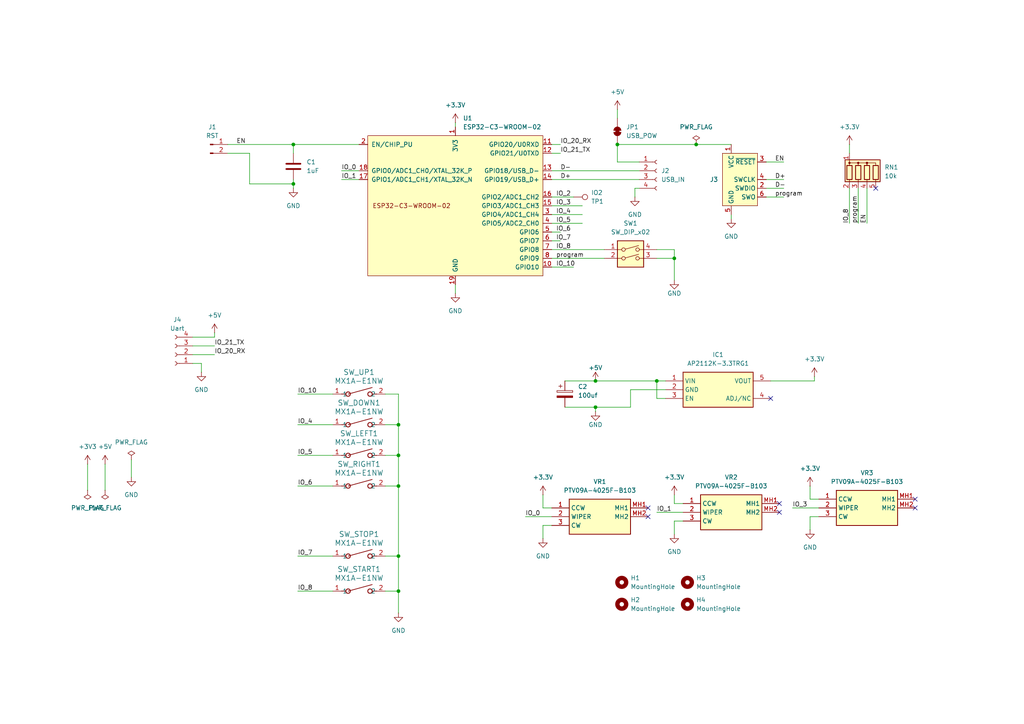
<source format=kicad_sch>
(kicad_sch (version 20231120) (generator "eeschema") (generator_version "8.0")
  (paper "A4")
  (lib_symbols
    (symbol "Connector:Conn_01x02_Pin" (pin_names (offset 1.016) hide)
      (property "Reference" "J" (at 0 2.54 0))
      (property "Value" "Conn_01x02_Pin" (at 0 -5.08 0))
      (symbol "Conn_01x02_Pin_1_1"
        (polyline (pts (xy 1.27 -2.54) (xy 0.8636 -2.54)) (stroke (width 0.1524)))
        (polyline (pts (xy 1.27 0) (xy 0.8636 0)) (stroke (width 0.1524)))
        (rectangle (start 0.8636 -2.413) (end 0 -2.667) (stroke (width 0.1524)) (fill (type outline)))
        (rectangle (start 0.8636 0.127) (end 0 -0.127) (stroke (width 0.1524)) (fill (type outline)))
        (pin passive line (at 5.08 0 180) (length 3.81) (name "Pin_1") (number "1"))
        (pin passive line (at 5.08 -2.54 180) (length 3.81) (name "Pin_2") (number "2"))
      )
    )
    (symbol "Connector:Conn_01x04_Socket" (pin_names (offset 1.016) hide)
      (property "Reference" "J" (at 0 5.08 0))
      (property "Value" "Conn_01x04_Socket" (at 0 -7.62 0))
      (symbol "Conn_01x04_Socket_1_1"
        (arc (start 0 -4.572) (mid -0.5058 -5.08) (end 0 -5.588) (stroke (width 0.1524)))
        (arc (start 0 -2.032) (mid -0.5058 -2.54) (end 0 -3.048) (stroke (width 0.1524)))
        (polyline (pts (xy -1.27 -5.08) (xy -0.508 -5.08)) (stroke (width 0.1524)))
        (polyline (pts (xy -1.27 -2.54) (xy -0.508 -2.54)) (stroke (width 0.1524)))
        (polyline (pts (xy -1.27 0) (xy -0.508 0)) (stroke (width 0.1524)))
        (polyline (pts (xy -1.27 2.54) (xy -0.508 2.54)) (stroke (width 0.1524)))
        (arc (start 0 0.508) (mid -0.5058 0) (end 0 -0.508) (stroke (width 0.1524)))
        (arc (start 0 3.048) (mid -0.5058 2.54) (end 0 2.032) (stroke (width 0.1524)))
        (pin passive line (at -5.08 2.54 0) (length 3.81) (name "Pin_1") (number "1"))
        (pin passive line (at -5.08 0 0) (length 3.81) (name "Pin_2") (number "2"))
        (pin passive line (at -5.08 -2.54 0) (length 3.81) (name "Pin_3") (number "3"))
        (pin passive line (at -5.08 -5.08 0) (length 3.81) (name "Pin_4") (number "4"))
      )
    )
    (symbol "Connector:Conn_ARM_SWD_TagConnect_TC2030-NL" (in_bom no)
      (property "Reference" "J" (at 2.54 11.43 0))
      (property "Value" "Conn_ARM_SWD_TagConnect_TC2030-NL" (at 2.54 8.89 0))
      (symbol "Conn_ARM_SWD_TagConnect_TC2030-NL_0_0"
        (pin power_in line (at -2.54 10.16 270) (length 2.54) (name "VCC") (number "1"))
        (pin bidirectional line (at 7.62 -2.54 180) (length 2.54) (name "SWDIO") (number "2"))
        (pin open_collector line (at 7.62 5.08 180) (length 2.54) (name "~{RESET}") (number "3"))
        (pin output line (at 7.62 0 180) (length 2.54) (name "SWCLK") (number "4"))
        (pin power_in line (at -2.54 -10.16 90) (length 2.54) (name "GND") (number "5"))
        (pin input line (at 7.62 -5.08 180) (length 2.54) (name "SWO") (number "6"))
      )
      (symbol "Conn_ARM_SWD_TagConnect_TC2030-NL_0_1"
        (rectangle (start -5.08 7.62) (end 5.08 -7.62) (fill (type background)))
      )
    )
    (symbol "Connector:TestPoint" (pin_numbers hide) (pin_names (offset 0.762) hide)
      (property "Reference" "TP" (at 0 6.858 0))
      (property "Value" "TestPoint" (at 0 5.08 0))
      (symbol "TestPoint_0_1"
        (circle (center 0 3.302) (radius 0.762))
      )
      (symbol "TestPoint_1_1"
        (pin passive line (at 0 0 90) (length 2.54) (name "1") (number "1"))
      )
    )
    (symbol "Device:C" (pin_numbers hide) (pin_names (offset 0.254))
      (property "Reference" "C" (at 0.635 2.54 0))
      (property "Value" "C" (at 0.635 -2.54 0))
      (symbol "C_0_1"
        (polyline (pts (xy -2.032 -0.762) (xy 2.032 -0.762)) (stroke (width 0.508)))
        (polyline (pts (xy -2.032 0.762) (xy 2.032 0.762)) (stroke (width 0.508)))
      )
      (symbol "C_1_1"
        (pin passive line (at 0 3.81 270) (length 2.794) (name "~") (number "1"))
        (pin passive line (at 0 -3.81 90) (length 2.794) (name "~") (number "2"))
      )
    )
    (symbol "Device:C_Polarized" (pin_numbers hide) (pin_names (offset 0.254))
      (property "Reference" "C" (at 0.635 2.54 0))
      (property "Value" "C_Polarized" (at 0.635 -2.54 0))
      (symbol "C_Polarized_0_1"
        (rectangle (start -2.286 0.508) (end 2.286 1.016))
        (polyline (pts (xy -1.778 2.286) (xy -0.762 2.286)))
        (polyline (pts (xy -1.27 2.794) (xy -1.27 1.778)))
        (rectangle (start 2.286 -0.508) (end -2.286 -1.016) (fill (type outline)))
      )
      (symbol "C_Polarized_1_1"
        (pin passive line (at 0 3.81 270) (length 2.794) (name "~") (number "1"))
        (pin passive line (at 0 -3.81 90) (length 2.794) (name "~") (number "2"))
      )
    )
    (symbol "Device:R_Network04" (pin_names (offset 0) hide)
      (property "Reference" "RN" (at -7.62 0 90))
      (property "Value" "R_Network04" (at 5.08 0 90))
      (symbol "R_Network04_0_1"
        (rectangle (start -6.35 -3.175) (end 3.81 3.175) (stroke (width 0.254)) (fill (type background)))
        (rectangle (start -5.842 1.524) (end -4.318 -2.54) (stroke (width 0.254)))
        (circle (center -5.08 2.286) (radius 0.254) (fill (type outline)))
        (rectangle (start -3.302 1.524) (end -1.778 -2.54) (stroke (width 0.254)))
        (circle (center -2.54 2.286) (radius 0.254) (fill (type outline)))
        (rectangle (start -0.762 1.524) (end 0.762 -2.54) (stroke (width 0.254)))
        (polyline (pts (xy -5.08 -2.54) (xy -5.08 -3.81)))
        (polyline (pts (xy -2.54 -2.54) (xy -2.54 -3.81)))
        (polyline (pts (xy 0 -2.54) (xy 0 -3.81)))
        (polyline (pts (xy 2.54 -2.54) (xy 2.54 -3.81)))
        (polyline (pts (xy -5.08 1.524) (xy -5.08 2.286) (xy -2.54 2.286) (xy -2.54 1.524)))
        (polyline (pts (xy -2.54 1.524) (xy -2.54 2.286) (xy 0 2.286) (xy 0 1.524)))
        (polyline (pts (xy 0 1.524) (xy 0 2.286) (xy 2.54 2.286) (xy 2.54 1.524)))
        (circle (center 0 2.286) (radius 0.254) (fill (type outline)))
        (rectangle (start 1.778 1.524) (end 3.302 -2.54) (stroke (width 0.254)))
      )
      (symbol "R_Network04_1_1"
        (pin passive line (at -5.08 5.08 270) (length 2.54) (name "common") (number "1"))
        (pin passive line (at -5.08 -5.08 90) (length 1.27) (name "R1") (number "2"))
        (pin passive line (at -2.54 -5.08 90) (length 1.27) (name "R2") (number "3"))
        (pin passive line (at 0 -5.08 90) (length 1.27) (name "R3") (number "4"))
        (pin passive line (at 2.54 -5.08 90) (length 1.27) (name "R4") (number "5"))
      )
    )
    (symbol "Jumper:SolderJumper_2_Bridged" (pin_numbers hide) (pin_names (offset 0) hide) (exclude_from_sim yes) (in_bom no)
      (property "Reference" "JP" (at 0 2.032 0))
      (property "Value" "SolderJumper_2_Bridged" (at 0 -2.54 0))
      (symbol "SolderJumper_2_Bridged_0_1"
        (rectangle (start -0.508 0.508) (end 0.508 -0.508) (fill (type outline)))
        (arc (start -0.254 1.016) (mid -1.2656 0) (end -0.254 -1.016))
        (arc (start -0.254 1.016) (mid -1.2656 0) (end -0.254 -1.016) (fill (type outline)))
        (polyline (pts (xy -0.254 1.016) (xy -0.254 -1.016)))
        (polyline (pts (xy 0.254 1.016) (xy 0.254 -1.016)))
        (arc (start 0.254 -1.016) (mid 1.2656 0) (end 0.254 1.016))
        (arc (start 0.254 -1.016) (mid 1.2656 0) (end 0.254 1.016) (fill (type outline)))
      )
      (symbol "SolderJumper_2_Bridged_1_1"
        (pin passive line (at -3.81 0 0) (length 2.54) (name "A") (number "1"))
        (pin passive line (at 3.81 0 180) (length 2.54) (name "B") (number "2"))
      )
    )
    (symbol "Mechanical:MountingHole" (pin_names (offset 1.016)) (exclude_from_sim yes) (in_bom no)
      (property "Reference" "H" (at 0 5.08 0))
      (property "Value" "MountingHole" (at 0 3.175 0))
      (symbol "MountingHole_0_1"
        (circle (center 0 0) (radius 1.27) (stroke (width 1.27)))
      )
    )
    (symbol "Pot_bourns:PTV09A-4025F-B103"
      (property "Reference" "VR" (at 24.13 7.62 0))
      (property "Value" "PTV09A-4025F-B103" (at 24.13 5.08 0))
      (symbol "PTV09A-4025F-B103_1_1"
        (rectangle (start 5.08 2.54) (end 22.86 -7.62) (stroke (width 0.254)) (fill (type background)))
        (pin passive line (at 0 0 0) (length 5.08) (name "CCW") (number "1"))
        (pin passive line (at 0 -2.54 0) (length 5.08) (name "WIPER") (number "2"))
        (pin passive line (at 0 -5.08 0) (length 5.08) (name "CW") (number "3"))
        (pin passive line (at 27.94 0 180) (length 5.08) (name "MH1") (number "MH1"))
        (pin passive line (at 27.94 -2.54 180) (length 5.08) (name "MH2") (number "MH2"))
      )
    )
    (symbol "Regulator:AP2112K-3.3TRG1"
      (property "Reference" "IC" (at 26.67 7.62 0))
      (property "Value" "AP2112K-3.3TRG1" (at 26.67 5.08 0))
      (symbol "AP2112K-3.3TRG1_1_1"
        (rectangle (start 5.08 2.54) (end 25.4 -7.62) (stroke (width 0.254)) (fill (type background)))
        (pin passive line (at 0 0 0) (length 5.08) (name "VIN") (number "1"))
        (pin passive line (at 0 -2.54 0) (length 5.08) (name "GND") (number "2"))
        (pin passive line (at 0 -5.08 0) (length 5.08) (name "EN") (number "3"))
        (pin passive line (at 30.48 -5.08 180) (length 5.08) (name "ADJ/NC") (number "4"))
        (pin passive line (at 30.48 0 180) (length 5.08) (name "VOUT") (number "5"))
      )
    )
    (symbol "Switch:SW_DIP_x02" (pin_names (offset 0) hide)
      (property "Reference" "SW" (at 0 6.35 0))
      (property "Value" "SW_DIP_x02" (at 0 -3.81 0))
      (symbol "SW_DIP_x02_0_0"
        (circle (center -2.032 0) (radius 0.508))
        (circle (center -2.032 2.54) (radius 0.508))
        (polyline (pts (xy -1.524 0.127) (xy 2.3622 1.1684)))
        (polyline (pts (xy -1.524 2.667) (xy 2.3622 3.7084)))
        (circle (center 2.032 0) (radius 0.508))
        (circle (center 2.032 2.54) (radius 0.508))
      )
      (symbol "SW_DIP_x02_0_1"
        (rectangle (start -3.81 5.08) (end 3.81 -2.54) (stroke (width 0.254)) (fill (type background)))
      )
      (symbol "SW_DIP_x02_1_1"
        (pin passive line (at -7.62 2.54 0) (length 5.08) (name "~") (number "1"))
        (pin passive line (at -7.62 0 0) (length 5.08) (name "~") (number "2"))
        (pin passive line (at 7.62 0 180) (length 5.08) (name "~") (number "3"))
        (pin passive line (at 7.62 2.54 180) (length 5.08) (name "~") (number "4"))
      )
    )
    (symbol "cherryMX:MX1A-E1NW" (pin_names (offset 0.254))
      (property "Reference" "SW" (at 7.62 3.81 0))
      (property "Value" "MX1A-E1NW" (at 9.398 -5.08 0))
      (symbol "MX1A-E1NW_0_1"
        (polyline (pts (xy 2.54 0) (xy 3.81 0)) (stroke (width 0.2032)))
        (polyline (pts (xy 4.445 0) (xy 11.43 1.905)) (stroke (width 0.2032)))
        (polyline (pts (xy 12.7 0) (xy 11.43 0)) (stroke (width 0.2032)))
        (circle (center 4.445 0) (radius 0.635) (stroke (width 0.254)))
        (circle (center 10.795 0) (radius 0.635) (stroke (width 0.254)))
      )
      (symbol "MX1A-E1NW_1_1"
        (pin free line (at 0 0 0) (length 2.54) (name "1") (number "1"))
        (pin free line (at 15.24 0 180) (length 2.54) (name "2") (number "2"))
      )
    )
    (symbol "expressif:ESP32-C3-WROOM-02" (pin_names (offset 1.016))
      (property "Reference" "U" (at -25.4 25.4 0))
      (property "Value" "ESP32-C3-WROOM-02" (at -25.4 22.86 0))
      (symbol "ESP32-C3-WROOM-02_0_0"
        (text "ESP32-C3-WROOM-02" (at -12.7 0 0) (effects (font (size 1.27 1.27))))
      )
      (symbol "ESP32-C3-WROOM-02_0_1"
        (rectangle (start 25.4 20.32) (end -25.4 -20.32) (fill (type background)))
      )
      (symbol "ESP32-C3-WROOM-02_1_1"
        (pin power_in line (at 0 22.86 270) (length 2.54) (name "3V3") (number "1"))
        (pin bidirectional line (at 27.94 -17.78 180) (length 2.54) (name "GPIO10") (number "10"))
        (pin bidirectional line (at 27.94 17.78 180) (length 2.54) (name "GPIO20/U0RXD") (number "11"))
        (pin bidirectional line (at 27.94 15.24 180) (length 2.54) (name "GPIO21/U0TXD") (number "12"))
        (pin bidirectional line (at 27.94 10.16 180) (length 2.54) (name "GPIO18/USB_D-") (number "13"))
        (pin bidirectional line (at 27.94 7.62 180) (length 2.54) (name "GPIO19/USB_D+") (number "14"))
        (pin bidirectional line (at 27.94 0 180) (length 2.54) (name "GPIO3/ADC1_CH3") (number "15"))
        (pin bidirectional line (at 27.94 2.54 180) (length 2.54) (name "GPIO2/ADC1_CH2") (number "16"))
        (pin bidirectional line (at -27.94 7.62 0) (length 2.54) (name "GPIO1/ADC1_CH1/XTAL_32K_N") (number "17"))
        (pin bidirectional line (at -27.94 10.16 0) (length 2.54) (name "GPIO0/ADC1_CH0/XTAL_32K_P") (number "18"))
        (pin power_in line (at 0 -22.86 90) (length 2.54) (name "GND") (number "19"))
        (pin input line (at -27.94 17.78 0) (length 2.54) (name "EN/CHIP_PU") (number "2"))
        (pin bidirectional line (at 27.94 -2.54 180) (length 2.54) (name "GPIO4/ADC1_CH4") (number "3"))
        (pin bidirectional line (at 27.94 -5.08 180) (length 2.54) (name "GPIO5/ADC2_CH0") (number "4"))
        (pin bidirectional line (at 27.94 -7.62 180) (length 2.54) (name "GPIO6") (number "5"))
        (pin bidirectional line (at 27.94 -10.16 180) (length 2.54) (name "GPIO7") (number "6"))
        (pin bidirectional line (at 27.94 -12.7 180) (length 2.54) (name "GPIO8") (number "7"))
        (pin bidirectional line (at 27.94 -15.24 180) (length 2.54) (name "GPIO9") (number "8"))
        (pin passive line (at 0 -22.86 90) (length 2.54) hide (name "GND") (number "9"))
      )
    )
    (symbol "power:+3.3V" (power) (pin_numbers hide) (pin_names (offset 0) hide)
      (property "Value" "+3.3V" (at 0 3.556 0))
      (symbol "+3.3V_0_1"
        (polyline (pts (xy -0.762 1.27) (xy 0 2.54)))
        (polyline (pts (xy 0 0) (xy 0 2.54)))
        (polyline (pts (xy 0 2.54) (xy 0.762 1.27)))
      )
      (symbol "+3.3V_1_1"
        (pin power_in line (at 0 0 90) (length 0) (name "~") (number "1"))
      )
    )
    (symbol "power:+3V3" (power) (pin_numbers hide) (pin_names (offset 0) hide)
      (property "Value" "+3V3" (at 0 3.556 0))
      (symbol "+3V3_0_1"
        (polyline (pts (xy -0.762 1.27) (xy 0 2.54)))
        (polyline (pts (xy 0 0) (xy 0 2.54)))
        (polyline (pts (xy 0 2.54) (xy 0.762 1.27)))
      )
      (symbol "+3V3_1_1"
        (pin power_in line (at 0 0 90) (length 0) (name "~") (number "1"))
      )
    )
    (symbol "power:+5V" (power) (pin_numbers hide) (pin_names (offset 0) hide)
      (property "Value" "+5V" (at 0 3.556 0))
      (symbol "+5V_0_1"
        (polyline (pts (xy -0.762 1.27) (xy 0 2.54)))
        (polyline (pts (xy 0 0) (xy 0 2.54)))
        (polyline (pts (xy 0 2.54) (xy 0.762 1.27)))
      )
      (symbol "+5V_1_1"
        (pin power_in line (at 0 0 90) (length 0) (name "~") (number "1"))
      )
    )
    (symbol "power:GND" (power) (pin_numbers hide) (pin_names (offset 0) hide)
      (property "Value" "GND" (at 0 -3.81 0))
      (symbol "GND_0_1"
        (polyline (pts (xy 0 0) (xy 0 -1.27) (xy 1.27 -1.27) (xy 0 -2.54) (xy -1.27 -1.27) (xy 0 -1.27)))
      )
      (symbol "GND_1_1"
        (pin power_in line (at 0 0 270) (length 0) (name "~") (number "1"))
      )
    )
    (symbol "power:PWR_FLAG" (power) (pin_numbers hide) (pin_names (offset 0) hide)
      (property "Value" "PWR_FLAG" (at 0 3.81 0))
      (symbol "PWR_FLAG_0_0"
        (pin power_out line (at 0 0 90) (length 0) (name "~") (number "1"))
      )
      (symbol "PWR_FLAG_0_1"
        (polyline (pts (xy 0 0) (xy 0 1.27) (xy -1.016 1.905) (xy 0 2.54) (xy 1.016 1.905) (xy 0 1.27)))
      )
    )
  )
  (junction (at 179.07 41.91))
  (junction (at 195.58 74.93))
  (junction (at 115.57 161.29))
  (junction (at 201.93 41.91))
  (junction (at 115.57 171.45))
  (junction (at 85.09 53.34))
  (junction (at 172.72 118.11))
  (junction (at 115.57 140.97))
  (junction (at 172.72 110.49))
  (junction (at 85.09 41.91))
  (junction (at 115.57 132.08))
  (junction (at 115.57 123.19))
  (junction (at 190.5 110.49))
  (no_connect (at 226.06 148.59))
  (no_connect (at 187.96 147.32))
  (no_connect (at 187.96 149.86))
  (no_connect (at 254 54.61))
  (no_connect (at 265.43 144.78))
  (no_connect (at 265.43 147.32))
  (no_connect (at 223.52 115.57))
  (no_connect (at 226.06 146.05))
  (wire (pts (xy 62.23 96.52) (xy 62.23 97.79)))
  (wire (pts (xy 38.1 133.35) (xy 38.1 138.43)))
  (wire (pts (xy 58.42 107.95) (xy 58.42 105.41)))
  (wire (pts (xy 111.76 123.19) (xy 115.57 123.19)))
  (wire (pts (xy 85.09 41.91) (xy 85.09 44.45)))
  (wire (pts (xy 115.57 114.3) (xy 115.57 123.19)))
  (wire (pts (xy 160.02 147.32) (xy 157.48 147.32)))
  (wire (pts (xy 86.36 114.3) (xy 96.52 114.3)))
  (wire (pts (xy 160.02 152.4) (xy 157.48 152.4)))
  (wire (pts (xy 115.57 123.19) (xy 115.57 132.08)))
  (wire (pts (xy 72.39 53.34) (xy 85.09 53.34)))
  (wire (pts (xy 237.49 144.78) (xy 234.95 144.78)))
  (wire (pts (xy 160.02 77.47) (xy 166.37 77.47)))
  (wire (pts (xy 58.42 105.41) (xy 55.88 105.41)))
  (wire (pts (xy 222.25 46.99) (xy 227.33 46.99)))
  (wire (pts (xy 160.02 64.77) (xy 168.91 64.77)))
  (wire (pts (xy 190.5 115.57) (xy 190.5 110.49)))
  (wire (pts (xy 160.02 67.31) (xy 162.56 67.31)))
  (wire (pts (xy 62.23 97.79) (xy 55.88 97.79)))
  (wire (pts (xy 212.09 62.23) (xy 212.09 63.5)))
  (wire (pts (xy 66.04 44.45) (xy 72.39 44.45)))
  (wire (pts (xy 251.46 54.61) (xy 251.46 64.77)))
  (wire (pts (xy 229.87 147.32) (xy 237.49 147.32)))
  (wire (pts (xy 86.36 161.29) (xy 96.52 161.29)))
  (wire (pts (xy 179.07 41.91) (xy 179.07 46.99)))
  (wire (pts (xy 160.02 74.93) (xy 175.26 74.93)))
  (wire (pts (xy 190.5 110.49) (xy 193.04 110.49)))
  (wire (pts (xy 179.07 41.91) (xy 201.93 41.91)))
  (wire (pts (xy 157.48 143.51) (xy 157.48 147.32)))
  (wire (pts (xy 163.83 110.49) (xy 172.72 110.49)))
  (wire (pts (xy 195.58 72.39) (xy 195.58 74.93)))
  (wire (pts (xy 111.76 140.97) (xy 115.57 140.97)))
  (wire (pts (xy 193.04 113.03) (xy 182.88 113.03)))
  (wire (pts (xy 85.09 53.34) (xy 85.09 54.61)))
  (wire (pts (xy 195.58 74.93) (xy 195.58 81.28)))
  (wire (pts (xy 55.88 102.87) (xy 62.23 102.87)))
  (wire (pts (xy 85.09 52.07) (xy 85.09 53.34)))
  (wire (pts (xy 198.12 146.05) (xy 195.58 146.05)))
  (wire (pts (xy 115.57 171.45) (xy 115.57 177.8)))
  (wire (pts (xy 86.36 171.45) (xy 96.52 171.45)))
  (wire (pts (xy 25.4 134.62) (xy 25.4 142.24)))
  (wire (pts (xy 182.88 113.03) (xy 182.88 118.11)))
  (wire (pts (xy 193.04 115.57) (xy 190.5 115.57)))
  (wire (pts (xy 172.72 118.11) (xy 172.72 119.38)))
  (wire (pts (xy 111.76 161.29) (xy 115.57 161.29)))
  (wire (pts (xy 222.25 57.15) (xy 227.33 57.15)))
  (wire (pts (xy 190.5 148.59) (xy 198.12 148.59)))
  (wire (pts (xy 132.08 82.55) (xy 132.08 85.09)))
  (wire (pts (xy 99.06 52.07) (xy 104.14 52.07)))
  (wire (pts (xy 195.58 143.51) (xy 195.58 146.05)))
  (wire (pts (xy 160.02 52.07) (xy 185.42 52.07)))
  (wire (pts (xy 172.72 118.11) (xy 182.88 118.11)))
  (wire (pts (xy 248.92 54.61) (xy 248.92 64.77)))
  (wire (pts (xy 184.15 54.61) (xy 185.42 54.61)))
  (wire (pts (xy 179.07 46.99) (xy 185.42 46.99)))
  (wire (pts (xy 132.08 36.83) (xy 132.08 35.56)))
  (wire (pts (xy 160.02 57.15) (xy 166.37 57.15)))
  (wire (pts (xy 234.95 140.97) (xy 234.95 144.78)))
  (wire (pts (xy 115.57 140.97) (xy 115.57 161.29)))
  (wire (pts (xy 99.06 49.53) (xy 104.14 49.53)))
  (wire (pts (xy 222.25 54.61) (xy 227.33 54.61)))
  (wire (pts (xy 160.02 49.53) (xy 185.42 49.53)))
  (wire (pts (xy 195.58 151.13) (xy 195.58 154.94)))
  (wire (pts (xy 198.12 151.13) (xy 195.58 151.13)))
  (wire (pts (xy 201.93 41.91) (xy 212.09 41.91)))
  (wire (pts (xy 172.72 110.49) (xy 190.5 110.49)))
  (wire (pts (xy 246.38 54.61) (xy 246.38 64.77)))
  (wire (pts (xy 222.25 52.07) (xy 227.33 52.07)))
  (wire (pts (xy 160.02 69.85) (xy 162.56 69.85)))
  (wire (pts (xy 246.38 41.91) (xy 246.38 44.45)))
  (wire (pts (xy 160.02 72.39) (xy 175.26 72.39)))
  (wire (pts (xy 111.76 171.45) (xy 115.57 171.45)))
  (wire (pts (xy 160.02 62.23) (xy 168.91 62.23)))
  (wire (pts (xy 72.39 44.45) (xy 72.39 53.34)))
  (wire (pts (xy 66.04 41.91) (xy 85.09 41.91)))
  (wire (pts (xy 152.4 149.86) (xy 160.02 149.86)))
  (wire (pts (xy 111.76 114.3) (xy 115.57 114.3)))
  (wire (pts (xy 190.5 72.39) (xy 195.58 72.39)))
  (wire (pts (xy 236.22 110.49) (xy 236.22 109.22)))
  (wire (pts (xy 237.49 149.86) (xy 234.95 149.86)))
  (wire (pts (xy 172.72 118.11) (xy 163.83 118.11)))
  (wire (pts (xy 184.15 57.15) (xy 184.15 54.61)))
  (wire (pts (xy 179.07 31.75) (xy 179.07 34.29)))
  (wire (pts (xy 115.57 132.08) (xy 115.57 140.97)))
  (wire (pts (xy 86.36 132.08) (xy 96.52 132.08)))
  (wire (pts (xy 111.76 132.08) (xy 115.57 132.08)))
  (wire (pts (xy 160.02 44.45) (xy 162.56 44.45)))
  (wire (pts (xy 160.02 59.69) (xy 168.91 59.69)))
  (wire (pts (xy 190.5 74.93) (xy 195.58 74.93)))
  (wire (pts (xy 86.36 123.19) (xy 96.52 123.19)))
  (wire (pts (xy 223.52 110.49) (xy 236.22 110.49)))
  (wire (pts (xy 30.48 134.62) (xy 30.48 142.24)))
  (wire (pts (xy 85.09 41.91) (xy 104.14 41.91)))
  (wire (pts (xy 234.95 149.86) (xy 234.95 153.67)))
  (wire (pts (xy 86.36 140.97) (xy 96.52 140.97)))
  (wire (pts (xy 115.57 161.29) (xy 115.57 171.45)))
  (wire (pts (xy 160.02 41.91) (xy 162.56 41.91)))
  (wire (pts (xy 55.88 100.33) (xy 62.23 100.33)))
  (wire (pts (xy 157.48 152.4) (xy 157.48 156.21)))
  (label "EN" (at 224.79 46.99 0))
  (label "IO_0" (at 152.4 149.86 0))
  (label "D-" (at 162.56 49.53 0))
  (label "IO_6" (at 161.29 67.31 0))
  (label "IO_7" (at 86.36 161.29 0))
  (label "IO_20_RX" (at 62.23 102.87 0))
  (label "EN" (at 251.46 64.77 90))
  (label "IO_10" (at 161.29 77.47 0))
  (label "D+" (at 224.79 52.07 0))
  (label "EN" (at 68.58 41.91 0))
  (label "IO_4" (at 86.36 123.19 0))
  (label "IO_20_RX" (at 162.56 41.91 0))
  (label "IO_6" (at 86.36 140.97 0))
  (label "IO_1" (at 190.5 148.59 0))
  (label "IO_21_TX" (at 162.56 44.45 0))
  (label "D-" (at 224.79 54.61 0))
  (label "IO_2" (at 161.29 57.15 0))
  (label "IO_8" (at 161.29 72.39 0))
  (label "program" (at 248.92 64.77 90))
  (label "program" (at 224.79 57.15 0))
  (label "IO_10" (at 86.36 114.3 0))
  (label "IO_8" (at 246.38 64.77 90))
  (label "IO_4" (at 161.29 62.23 0))
  (label "IO_8" (at 86.36 171.45 0))
  (label "IO_3" (at 229.87 147.32 0))
  (label "IO_0" (at 99.06 49.53 0))
  (label "IO_5" (at 161.29 64.77 0))
  (label "IO_1" (at 99.06 52.07 0))
  (label "program" (at 161.29 74.93 0))
  (label "IO_21_TX" (at 62.23 100.33 0))
  (label "IO_7" (at 161.29 69.85 0))
  (label "D+" (at 162.56 52.07 0))
  (label "IO_5" (at 86.36 132.08 0))
  (label "IO_3" (at 161.29 59.69 0))
  (symbol (lib_id "power:+5V") (at 172.72 110.49 0) (unit 1)
    (property "Reference" "#PWR04" (effects (hide yes)))
    (property "Value" "+5V" (at 172.72 106.68 0))
    (property "Description" "Power symbol creates a global label with name \"+5V\"" (effects (hide yes)))
  )
  (symbol (lib_id "Pot_bourns:PTV09A-4025F-B103") (at 198.12 146.05 0) (unit 1)
    (property "Reference" "VR2" (at 212.09 138.43 0))
    (property "Value" "PTV09A-4025F-B103" (at 212.09 140.97 0))
    (property "Footprint" "Pot_bourns:PTV09A4015FB103" (effects (hide yes)))
    (property "Datasheet" "https://www.bourns.com/docs/Product-Datasheets/PTV09.pdf" (effects (hide yes)))
    (property "Description" "Potentiometer 9mm horizontal 10K flat" (effects (hide yes)))
    (property "Height" "15.5" (effects (hide yes)))
    (property "Manufacturer_Name" "Bourns" (effects (hide yes)))
    (property "Manufacturer_Part_Number" "PTV09A-4025F-B103" (effects (hide yes)))
    (property "Mouser Part Number" "652-PTV09A-4025FB103" (effects (hide yes)))
    (property "Mouser Price/Stock" "https://www.mouser.co.uk/ProductDetail/Bourns/PTV09A-4025F-B103?qs=okKRLHKnSlbwMbAO07mw0g%3D%3D" (effects (hide yes)))
    (property "Arrow Part Number" "PTV09A-4025F-B103" (effects (hide yes)))
    (property "Arrow Price/Stock" "https://www.arrow.com/en/products/ptv09a-4025f-b103/bourns?region=nac" (effects (hide yes)))
  )
  (symbol (lib_id "Switch:SW_DIP_x02") (at 182.88 74.93 0) (unit 1)
    (property "Reference" "SW1" (at 182.88 64.77 0))
    (property "Value" "SW_DIP_x02" (at 182.88 67.31 0))
    (property "Footprint" "Button_Switch_THT:SW_DIP_SPSTx02_Slide_9.78x7.26mm_W7.62mm_P2.54mm" (effects (hide yes)))
    (property "Description" "2x DIP Switch, Single Pole Single Throw (SPST) switch, small symbol" (effects (hide yes)))
  )
  (symbol (lib_id "Pot_bourns:PTV09A-4025F-B103") (at 160.02 147.32 0) (unit 1)
    (property "Reference" "VR1" (at 173.99 139.7 0))
    (property "Value" "PTV09A-4025F-B103" (at 173.99 142.24 0))
    (property "Footprint" "Pot_bourns:PTV09A4015FB103" (effects (hide yes)))
    (property "Datasheet" "https://www.bourns.com/docs/Product-Datasheets/PTV09.pdf" (effects (hide yes)))
    (property "Description" "Potentiometer 9mm horizontal 10K flat" (effects (hide yes)))
    (property "Height" "15.5" (effects (hide yes)))
    (property "Manufacturer_Name" "Bourns" (effects (hide yes)))
    (property "Manufacturer_Part_Number" "PTV09A-4025F-B103" (effects (hide yes)))
    (property "Mouser Part Number" "652-PTV09A-4025FB103" (effects (hide yes)))
    (property "Mouser Price/Stock" "https://www.mouser.co.uk/ProductDetail/Bourns/PTV09A-4025F-B103?qs=okKRLHKnSlbwMbAO07mw0g%3D%3D" (effects (hide yes)))
    (property "Arrow Part Number" "PTV09A-4025F-B103" (effects (hide yes)))
    (property "Arrow Price/Stock" "https://www.arrow.com/en/products/ptv09a-4025f-b103/bourns?region=nac" (effects (hide yes)))
  )
  (symbol (lib_id "power:+3.3V") (at 236.22 109.22 0) (unit 1)
    (property "Reference" "#PWR010" (effects (hide yes)))
    (property "Value" "+3.3V" (at 236.22 104.14 0))
    (property "Description" "Power symbol creates a global label with name \"+3.3V\"" (effects (hide yes)))
  )
  (symbol (lib_id "cherryMX:MX1A-E1NW") (at 96.52 171.45 0) (unit 1)
    (property "Reference" "SW_START1" (at 104.14 165.1 0) (effects (font (size 1.524 1.524))))
    (property "Value" "MX1A-E1NW" (at 104.14 167.64 0) (effects (font (size 1.524 1.524))))
    (property "Footprint" "Button_Switch_Keyboard:SW_Cherry_MX_1.00u_PCB" (effects (hide yes)))
    (property "Datasheet" "MX1A-E1NW" (effects (hide yes)))
  )
  (symbol (lib_id "cherryMX:MX1A-E1NW") (at 96.52 114.3 0) (unit 1)
    (property "Reference" "SW_UP1" (at 104.14 107.95 0) (effects (font (size 1.524 1.524))))
    (property "Value" "MX1A-E1NW" (at 104.14 110.49 0) (effects (font (size 1.524 1.524))))
    (property "Footprint" "Button_Switch_Keyboard:SW_Cherry_MX_1.00u_PCB" (effects (hide yes)))
    (property "Datasheet" "MX1A-E1NW" (effects (hide yes)))
  )
  (symbol (lib_id "cherryMX:MX1A-E1NW") (at 96.52 140.97 0) (unit 1)
    (property "Reference" "SW_RIGHT1" (at 104.14 134.62 0) (effects (font (size 1.524 1.524))))
    (property "Value" "MX1A-E1NW" (at 104.14 137.16 0) (effects (font (size 1.524 1.524))))
    (property "Footprint" "Button_Switch_Keyboard:SW_Cherry_MX_1.00u_PCB" (effects (hide yes)))
    (property "Datasheet" "MX1A-E1NW" (effects (hide yes)))
  )
  (symbol (lib_id "power:GND") (at 172.72 119.38 0) (unit 1)
    (property "Reference" "#PWR05" (effects (hide yes)))
    (property "Value" "GND" (at 172.72 123.19 0))
    (property "Description" "Power symbol creates a global label with name \"GND\" , ground" (effects (hide yes)))
  )
  (symbol (lib_id "power:+3.3V") (at 157.48 143.51 0) (unit 1)
    (property "Reference" "#PWR015" (effects (hide yes)))
    (property "Value" "+3.3V" (at 157.48 138.43 0))
    (property "Description" "Power symbol creates a global label with name \"+3.3V\"" (effects (hide yes)))
  )
  (symbol (lib_id "power:GND") (at 58.42 107.95 0) (unit 1)
    (property "Reference" "#PWR011" (effects (hide yes)))
    (property "Value" "GND" (at 58.42 113.03 0))
    (property "Description" "Power symbol creates a global label with name \"GND\" , ground" (effects (hide yes)))
  )
  (symbol (lib_id "power:GND") (at 115.57 177.8 0) (unit 1)
    (property "Reference" "#PWR013" (effects (hide yes)))
    (property "Value" "GND" (at 115.57 182.88 0))
    (property "Description" "Power symbol creates a global label with name \"GND\" , ground" (effects (hide yes)))
  )
  (symbol (lib_id "power:GND") (at 157.48 156.21 0) (unit 1)
    (property "Reference" "#PWR014" (effects (hide yes)))
    (property "Value" "GND" (at 157.48 161.29 0))
    (property "Description" "Power symbol creates a global label with name \"GND\" , ground" (effects (hide yes)))
  )
  (symbol (lib_id "power:GND") (at 85.09 54.61 0) (unit 1)
    (property "Reference" "#PWR01" (effects (hide yes)))
    (property "Value" "GND" (at 85.09 59.69 0))
    (property "Description" "Power symbol creates a global label with name \"GND\" , ground" (effects (hide yes)))
  )
  (symbol (lib_id "power:+3.3V") (at 246.38 41.91 0) (unit 1)
    (property "Reference" "#PWR023" (effects (hide yes)))
    (property "Value" "+3.3V" (at 246.38 36.83 0))
  )
  (symbol (lib_id "Pot_bourns:PTV09A-4025F-B103") (at 237.49 144.78 0) (unit 1)
    (property "Reference" "VR3" (at 251.46 137.16 0))
    (property "Value" "PTV09A-4025F-B103" (at 251.46 139.7 0))
    (property "Footprint" "Pot_bourns:PTV09A4015FB103" (effects (hide yes)))
    (property "Datasheet" "https://www.bourns.com/docs/Product-Datasheets/PTV09.pdf" (effects (hide yes)))
    (property "Description" "Potentiometer 9mm horizontal 10K flat" (effects (hide yes)))
    (property "Height" "15.5" (effects (hide yes)))
    (property "Manufacturer_Name" "Bourns" (effects (hide yes)))
    (property "Manufacturer_Part_Number" "PTV09A-4025F-B103" (effects (hide yes)))
    (property "Mouser Part Number" "652-PTV09A-4025FB103" (effects (hide yes)))
    (property "Mouser Price/Stock" "https://www.mouser.co.uk/ProductDetail/Bourns/PTV09A-4025F-B103?qs=okKRLHKnSlbwMbAO07mw0g%3D%3D" (effects (hide yes)))
    (property "Arrow Part Number" "PTV09A-4025F-B103" (effects (hide yes)))
    (property "Arrow Price/Stock" "https://www.arrow.com/en/products/ptv09a-4025f-b103/bourns?region=nac" (effects (hide yes)))
  )
  (symbol (lib_id "power:GND") (at 212.09 63.5 0) (unit 1)
    (property "Reference" "#PWR09" (effects (hide yes)))
    (property "Value" "GND" (at 212.09 68.58 0))
    (property "Description" "Power symbol creates a global label with name \"GND\" , ground" (effects (hide yes)))
  )
  (symbol (lib_id "Connector:TestPoint") (at 166.37 57.15 270) (mirror x) (unit 1)
    (property "Reference" "TP1" (at 171.45 58.4201 90) (effects (justify left)))
    (property "Value" "IO2" (at 171.45 55.8801 90) (effects (justify left)))
    (property "Footprint" "TestPoint:TestPoint_THTPad_1.0x1.0mm_Drill0.5mm" (effects (hide yes)))
    (property "Description" "test point" (effects (hide yes)))
  )
  (symbol (lib_id "Connector:Conn_01x04_Socket") (at 50.8 102.87 180) (unit 1)
    (property "Reference" "J4" (at 51.435 92.71 0))
    (property "Value" "Uart" (at 51.435 95.25 0))
    (property "Footprint" "ameisso:KF301-4P screw terminal P5mm" (effects (hide yes)))
    (property "Description" "Generic connector, single row, 01x04, script generated" (effects (hide yes)))
  )
  (symbol (lib_id "power:GND") (at 132.08 85.09 0) (unit 1)
    (property "Reference" "#PWR03" (effects (hide yes)))
    (property "Value" "GND" (at 132.08 90.17 0))
    (property "Description" "Power symbol creates a global label with name \"GND\" , ground" (effects (hide yes)))
  )
  (symbol (lib_id "Connector:Conn_ARM_SWD_TagConnect_TC2030-NL") (at 214.63 52.07 0) (unit 1) (in_bom no)
    (property "Reference" "J3" (at 208.28 52.07 0) (effects (justify right)))
    (property "Value" "Conn_ARM_SWD_TagConnect_TC2030-NL" (effects (hide yes)))
    (property "Footprint" "Connector:Tag-Connect_TC2030-IDC-NL_2x03_P1.27mm_Vertical" (effects (hide yes)))
    (property "Datasheet" "https://www.tag-connect.com/wp-content/uploads/bsk-pdf-manager/TC2030-CTX_1.pdf" (effects (hide yes)))
    (property "Description" "Tag-Connect ARM Cortex SWD JTAG connector, 6 pin, no legs" (effects (hide yes)))
  )
  (symbol (lib_id "expressif:ESP32-C3-WROOM-02") (at 132.08 59.69 0) (unit 1)
    (property "Reference" "U1" (at 134.2741 34.29 0) (effects (justify left)))
    (property "Value" "ESP32-C3-WROOM-02" (at 134.2741 36.83 0) (effects (justify left)))
    (property "Footprint" "RF_Module:ESP32-C3-WROOM-02" (effects (hide yes)))
    (property "Datasheet" "https://www.espressif.com/sites/default/files/documentation/esp32-c3-wroom-02_datasheet_en.pdf" (effects (hide yes)))
    (property "Description" "ESP32-C3-WROOM-02 is a general-purpose Wi-Fi and Bluetooth LE module. This module features a rich set of peripherals and high performance, which makes it an ideal choice for smart home, industrial automation, health care, consumer electronics, etc." (effects (hide yes)))
  )
  (symbol (lib_id "Mechanical:MountingHole") (at 199.39 168.91 0) (unit 1) (exclude_from_sim yes) (in_bom no)
    (property "Reference" "H3" (at 201.93 167.6399 0) (effects (justify left)))
    (property "Value" "MountingHole" (at 201.93 170.1799 0) (effects (justify left)))
    (property "Footprint" "MountingHole:MountingHole_3.2mm_M3" (effects (hide yes)))
    (property "Description" "Mounting Hole without connection" (effects (hide yes)))
  )
  (symbol (lib_id "cherryMX:MX1A-E1NW") (at 96.52 123.19 0) (unit 1)
    (property "Reference" "SW_DOWN1" (at 104.14 116.84 0) (effects (font (size 1.524 1.524))))
    (property "Value" "MX1A-E1NW" (at 104.14 119.38 0) (effects (font (size 1.524 1.524))))
    (property "Footprint" "Button_Switch_Keyboard:SW_Cherry_MX_1.00u_PCB" (effects (hide yes)))
    (property "Datasheet" "MX1A-E1NW" (effects (hide yes)))
  )
  (symbol (lib_id "Device:C_Polarized") (at 163.83 114.3 0) (unit 1)
    (property "Reference" "C2" (at 167.64 112.141 0) (effects (justify left)))
    (property "Value" "100uf" (at 167.64 114.681 0) (effects (justify left)))
    (property "Footprint" "Capacitor_THT:CP_Radial_D8.0mm_P3.50mm" (effects (hide yes)))
    (property "Description" "Polarized capacitor" (effects (hide yes)))
  )
  (symbol (lib_id "power:GND") (at 184.15 57.15 0) (unit 1)
    (property "Reference" "#PWR07" (effects (hide yes)))
    (property "Value" "GND" (at 184.15 62.23 0))
    (property "Description" "Power symbol creates a global label with name \"GND\" , ground" (effects (hide yes)))
  )
  (symbol (lib_id "power:PWR_FLAG") (at 25.4 142.24 180) (unit 1)
    (property "Reference" "#FLG02" (effects (hide yes)))
    (property "Value" "PWR_FLAG" (at 25.4 147.32 0))
    (property "Description" "Special symbol for telling ERC where power comes from" (effects (hide yes)))
  )
  (symbol (lib_id "Mechanical:MountingHole") (at 199.39 175.26 0) (unit 1) (exclude_from_sim yes) (in_bom no)
    (property "Reference" "H4" (at 201.93 173.9899 0) (effects (justify left)))
    (property "Value" "MountingHole" (at 201.93 176.5299 0) (effects (justify left)))
    (property "Footprint" "MountingHole:MountingHole_3.2mm_M3" (effects (hide yes)))
    (property "Description" "Mounting Hole without connection" (effects (hide yes)))
  )
  (symbol (lib_id "power:GND") (at 195.58 81.28 0) (unit 1)
    (property "Reference" "#PWR08" (effects (hide yes)))
    (property "Value" "GND" (at 195.58 85.09 0))
    (property "Description" "Power symbol creates a global label with name \"GND\" , ground" (effects (hide yes)))
  )
  (symbol (lib_id "power:+3.3V") (at 195.58 143.51 0) (unit 1)
    (property "Reference" "#PWR016" (effects (hide yes)))
    (property "Value" "+3.3V" (at 195.58 138.43 0))
    (property "Description" "Power symbol creates a global label with name \"+3.3V\"" (effects (hide yes)))
  )
  (symbol (lib_id "Connector:Conn_01x04_Socket") (at 190.5 49.53 0) (unit 1)
    (property "Reference" "J2" (at 191.77 49.53 0) (effects (justify left)))
    (property "Value" "USB_IN" (at 191.77 52.07 0) (effects (justify left)))
    (property "Footprint" "Connector_PinHeader_2.54mm:PinHeader_1x04_P2.54mm_Vertical" (effects (hide yes)))
    (property "Description" "Generic connector, single row, 01x04, script generated" (effects (hide yes)))
  )
  (symbol (lib_id "power:+5V") (at 179.07 31.75 0) (unit 1)
    (property "Reference" "#PWR06" (effects (hide yes)))
    (property "Value" "+5V" (at 179.07 26.67 0))
    (property "Description" "Power symbol creates a global label with name \"+5V\"" (effects (hide yes)))
  )
  (symbol (lib_id "Mechanical:MountingHole") (at 180.34 168.91 0) (unit 1) (exclude_from_sim yes) (in_bom no)
    (property "Reference" "H1" (at 182.88 167.6399 0) (effects (justify left)))
    (property "Value" "MountingHole" (at 182.88 170.1799 0) (effects (justify left)))
    (property "Footprint" "MountingHole:MountingHole_3.2mm_M3" (effects (hide yes)))
    (property "Description" "Mounting Hole without connection" (effects (hide yes)))
  )
  (symbol (lib_id "Connector:Conn_01x02_Pin") (at 60.96 41.91 0) (unit 1)
    (property "Reference" "J1" (at 61.595 36.83 0))
    (property "Value" "RST" (at 61.595 39.37 0))
    (property "Footprint" "Connector_PinHeader_2.54mm:PinHeader_1x02_P2.54mm_Vertical" (effects (hide yes)))
    (property "Description" "Generic connector, single row, 01x02, script generated" (effects (hide yes)))
  )
  (symbol (lib_id "power:GND") (at 234.95 153.67 0) (unit 1)
    (property "Reference" "#PWR019" (effects (hide yes)))
    (property "Value" "GND" (at 234.95 158.75 0))
    (property "Description" "Power symbol creates a global label with name \"GND\" , ground" (effects (hide yes)))
  )
  (symbol (lib_id "Regulator:AP2112K-3.3TRG1") (at 193.04 110.49 0) (unit 1)
    (property "Reference" "IC1" (at 208.28 102.87 0))
    (property "Value" "AP2112K-3.3TRG1" (at 208.28 105.41 0))
    (property "Footprint" "ameisso:SOT-23-5_handsoldering" (effects (hide yes)))
    (property "Datasheet" "http://uk.rs-online.com/web/p/products/8283509" (effects (hide yes)))
    (property "Description" "600mA 3.3V LDO Regulator Enable SOT23-5 DiodesZetex AP2112K-3.3TRG1, LDO Voltage Regulator, 3.3 V +/-1.5%, 2.5  6 Vin, 5-Pin SOT-23" (effects (hide yes)))
    (property "Height" "1.3" (effects (hide yes)))
    (property "Manufacturer_Name" "Diodes Incorporated" (effects (hide yes)))
    (property "Manufacturer_Part_Number" "AP2112K-3.3TRG1" (effects (hide yes)))
    (property "Mouser Part Number" "621-AP2112K-3.3TRG1" (effects (hide yes)))
    (property "Mouser Price/Stock" "https://www.mouser.co.uk/ProductDetail/Diodes-Incorporated/AP2112K-3.3TRG1?qs=x6A8l6qLYDDPYHosCdzh%2FA%3D%3D" (effects (hide yes)))
    (property "Arrow Part Number" "AP2112K-3.3TRG1" (effects (hide yes)))
    (property "Arrow Price/Stock" "https://www.arrow.com/en/products/ap2112k-3.3trg1/diodes-incorporated?region=nac" (effects (hide yes)))
  )
  (symbol (lib_id "Device:R_Network04") (at 251.46 49.53 0) (unit 1)
    (property "Reference" "RN1" (at 256.54 48.514 0) (effects (justify left)))
    (property "Value" "10k" (at 256.54 51.054 0) (effects (justify left)))
    (property "Footprint" "Resistor_THT:R_Array_SIP5" (effects (hide yes)))
    (property "Datasheet" "http://www.vishay.com/docs/31509/csc.pdf" (effects (hide yes)))
  )
  (symbol (lib_id "power:PWR_FLAG") (at 30.48 142.24 180) (unit 1)
    (property "Reference" "#FLG03" (effects (hide yes)))
    (property "Value" "PWR_FLAG" (at 30.48 147.32 0))
    (property "Description" "Special symbol for telling ERC where power comes from" (effects (hide yes)))
  )
  (symbol (lib_id "power:+3V3") (at 25.4 134.62 0) (unit 1)
    (property "Reference" "#PWR020" (effects (hide yes)))
    (property "Value" "+3V3" (at 25.4 129.54 0))
    (property "Description" "Power symbol creates a global label with name \"+3V3\"" (effects (hide yes)))
  )
  (symbol (lib_id "Mechanical:MountingHole") (at 180.34 175.26 0) (unit 1) (exclude_from_sim yes) (in_bom no)
    (property "Reference" "H2" (at 182.88 173.9899 0) (effects (justify left)))
    (property "Value" "MountingHole" (at 182.88 176.5299 0) (effects (justify left)))
    (property "Footprint" "MountingHole:MountingHole_3.2mm_M3" (effects (hide yes)))
    (property "Description" "Mounting Hole without connection" (effects (hide yes)))
  )
  (symbol (lib_id "power:GND") (at 195.58 154.94 0) (unit 1)
    (property "Reference" "#PWR017" (effects (hide yes)))
    (property "Value" "GND" (at 195.58 160.02 0))
    (property "Description" "Power symbol creates a global label with name \"GND\" , ground" (effects (hide yes)))
  )
  (symbol (lib_id "power:PWR_FLAG") (at 38.1 133.35 0) (unit 1)
    (property "Reference" "#FLG04" (effects (hide yes)))
    (property "Value" "PWR_FLAG" (at 38.1 128.27 0))
    (property "Description" "Special symbol for telling ERC where power comes from" (effects (hide yes)))
  )
  (symbol (lib_id "power:+3.3V") (at 234.95 140.97 0) (unit 1)
    (property "Reference" "#PWR018" (effects (hide yes)))
    (property "Value" "+3.3V" (at 234.95 135.89 0))
    (property "Description" "Power symbol creates a global label with name \"+3.3V\"" (effects (hide yes)))
  )
  (symbol (lib_id "Jumper:SolderJumper_2_Bridged") (at 179.07 38.1 90) (unit 1)
    (property "Reference" "JP1" (at 181.61 36.83 90) (effects (justify right)))
    (property "Value" "USB_POW" (at 181.61 39.37 90) (effects (justify right)))
    (property "Footprint" "Jumper:SolderJumper-2_P1.3mm_Bridged_Pad1.0x1.5mm" (effects (hide yes)))
    (property "Description" "Solder Jumper, 2-pole, closed/bridged" (effects (hide yes)))
  )
  (symbol (lib_id "power:+5V") (at 30.48 134.62 0) (unit 1)
    (property "Reference" "#PWR021" (effects (hide yes)))
    (property "Value" "+5V" (at 30.48 129.54 0))
    (property "Description" "Power symbol creates a global label with name \"+5V\"" (effects (hide yes)))
  )
  (symbol (lib_id "cherryMX:MX1A-E1NW") (at 96.52 161.29 0) (unit 1)
    (property "Reference" "SW_STOP1" (at 104.14 154.94 0) (effects (font (size 1.524 1.524))))
    (property "Value" "MX1A-E1NW" (at 104.14 157.48 0) (effects (font (size 1.524 1.524))))
    (property "Footprint" "Button_Switch_Keyboard:SW_Cherry_MX_1.00u_PCB" (effects (hide yes)))
    (property "Datasheet" "MX1A-E1NW" (effects (hide yes)))
  )
  (symbol (lib_id "Device:C") (at 85.09 48.26 0) (unit 1)
    (property "Reference" "C1" (at 88.9 46.99 0) (effects (justify left)))
    (property "Value" "1uF" (at 88.9 49.53 0) (effects (justify left)))
    (property "Footprint" "Capacitor_THT:C_Rect_L7.2mm_W2.5mm_P5.00mm_FKS2_FKP2_MKS2_MKP2" (effects (hide yes)))
    (property "Description" "Unpolarized capacitor" (effects (hide yes)))
  )
  (symbol (lib_id "power:PWR_FLAG") (at 201.93 41.91 0) (unit 1)
    (property "Reference" "#FLG01" (effects (hide yes)))
    (property "Value" "PWR_FLAG" (at 201.93 36.83 0))
    (property "Description" "Special symbol for telling ERC where power comes from" (effects (hide yes)))
  )
  (symbol (lib_id "power:GND") (at 38.1 138.43 0) (unit 1)
    (property "Reference" "#PWR022" (effects (hide yes)))
    (property "Value" "GND" (at 38.1 143.51 0))
    (property "Description" "Power symbol creates a global label with name \"GND\" , ground" (effects (hide yes)))
  )
  (symbol (lib_id "cherryMX:MX1A-E1NW") (at 96.52 132.08 0) (unit 1)
    (property "Reference" "SW_LEFT1" (at 104.14 125.73 0) (effects (font (size 1.524 1.524))))
    (property "Value" "MX1A-E1NW" (at 104.14 128.27 0) (effects (font (size 1.524 1.524))))
    (property "Footprint" "Button_Switch_Keyboard:SW_Cherry_MX_1.00u_PCB" (effects (hide yes)))
    (property "Datasheet" "MX1A-E1NW" (effects (hide yes)))
  )
  (symbol (lib_id "power:+3.3V") (at 132.08 35.56 0) (unit 1)
    (property "Reference" "#PWR02" (effects (hide yes)))
    (property "Value" "+3.3V" (at 132.08 30.48 0))
    (property "Description" "Power symbol creates a global label with name \"+3.3V\"" (effects (hide yes)))
  )
  (symbol (lib_id "power:+5V") (at 62.23 96.52 0) (unit 1)
    (property "Reference" "#PWR012" (effects (hide yes)))
    (property "Value" "+5V" (at 62.23 91.44 0))
    (property "Description" "Power symbol creates a global label with name \"+5V\"" (effects (hide yes)))
  )
)
</source>
